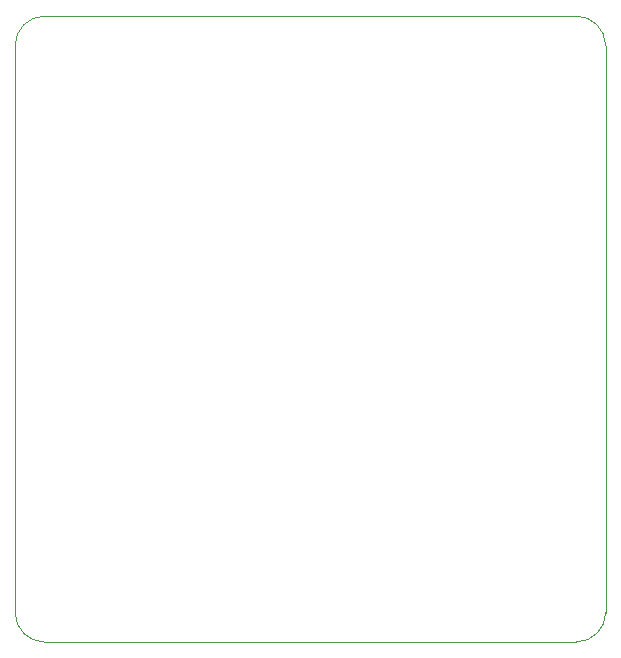
<source format=gm1>
G04 #@! TF.GenerationSoftware,KiCad,Pcbnew,8.0.5*
G04 #@! TF.CreationDate,2024-11-25T19:05:47-05:00*
G04 #@! TF.ProjectId,Neo7SegmentMini,4e656f37-5365-4676-9d65-6e744d696e69,rev?*
G04 #@! TF.SameCoordinates,Original*
G04 #@! TF.FileFunction,Profile,NP*
%FSLAX46Y46*%
G04 Gerber Fmt 4.6, Leading zero omitted, Abs format (unit mm)*
G04 Created by KiCad (PCBNEW 8.0.5) date 2024-11-25 19:05:47*
%MOMM*%
%LPD*%
G01*
G04 APERTURE LIST*
G04 #@! TA.AperFunction,Profile*
%ADD10C,0.050000*%
G04 #@! TD*
G04 APERTURE END LIST*
D10*
X148000000Y-50500000D02*
G75*
G02*
X150500000Y-48000000I2500000J0D01*
G01*
X195500000Y-101000000D02*
X150500000Y-101000000D01*
X150500000Y-101000000D02*
G75*
G02*
X148000000Y-98500000I0J2500000D01*
G01*
X198000000Y-98500000D02*
G75*
G02*
X195500000Y-101000000I-2500000J0D01*
G01*
X198000000Y-50500000D02*
X198000000Y-98500000D01*
X148000000Y-98500000D02*
X148000000Y-50500000D01*
X150500000Y-48000000D02*
X195500000Y-48000000D01*
X195500000Y-48000000D02*
G75*
G02*
X198000000Y-50500000I0J-2500000D01*
G01*
M02*

</source>
